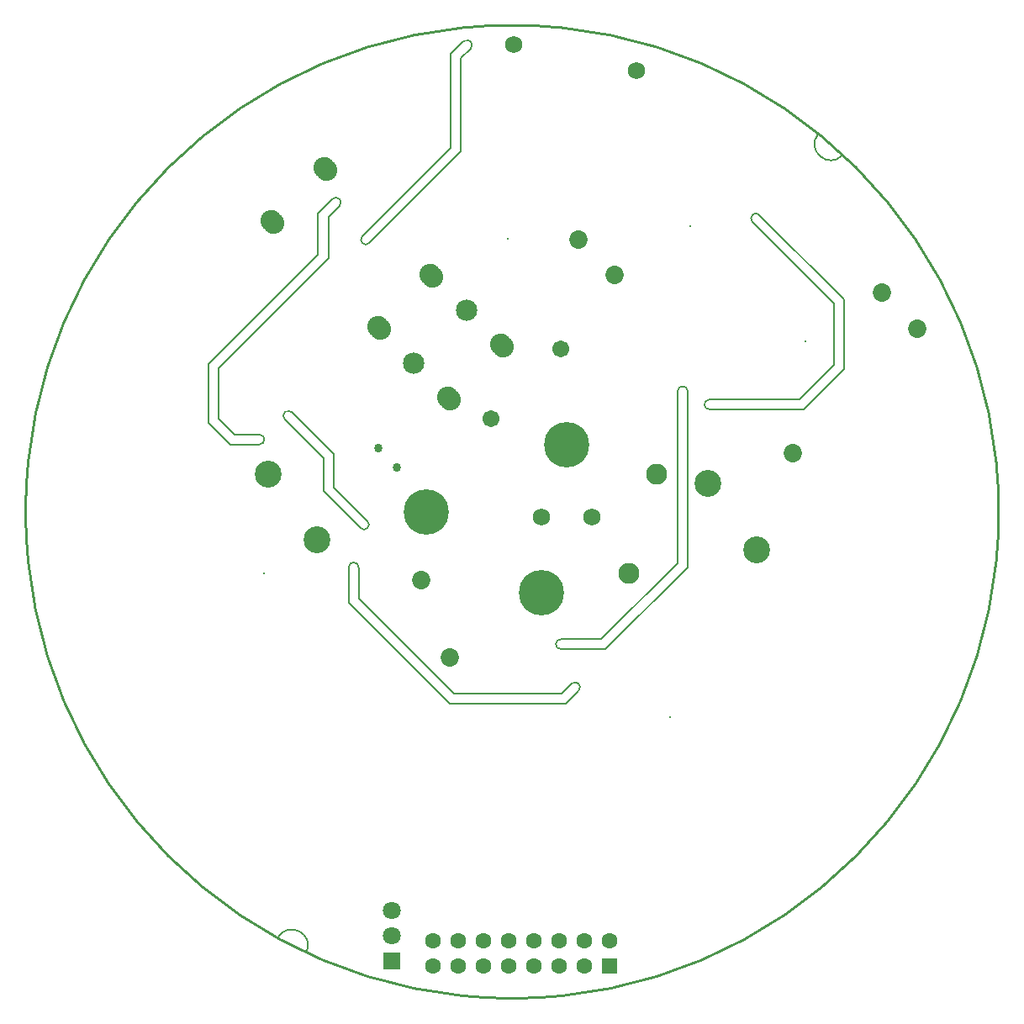
<source format=gbs>
G04*
G04 #@! TF.GenerationSoftware,Altium Limited,Altium Designer,20.1.14 (287)*
G04*
G04 Layer_Color=16711935*
%FSLAX44Y44*%
%MOMM*%
G71*
G04*
G04 #@! TF.SameCoordinates,26D83F00-FBC8-424C-8E9F-EDBCECB59CF3*
G04*
G04*
G04 #@! TF.FilePolarity,Negative*
G04*
G01*
G75*
%ADD12C,0.2000*%
%ADD16C,0.2540*%
G04:AMPARAMS|DCode=132|XSize=2.5032mm|YSize=2.1532mm|CornerRadius=0mm|HoleSize=0mm|Usage=FLASHONLY|Rotation=315.000|XOffset=0mm|YOffset=0mm|HoleType=Round|Shape=Round|*
%AMOVALD132*
21,1,0.3500,2.1532,0.0000,0.0000,315.0*
1,1,2.1532,-0.1237,0.1237*
1,1,2.1532,0.1237,-0.1237*
%
%ADD132OVALD132*%

%ADD133C,2.1532*%
%ADD134C,1.7272*%
%ADD135C,0.2032*%
%ADD136C,1.8532*%
%ADD137C,1.6032*%
%ADD138R,1.6032X1.6032*%
%ADD139C,1.7032*%
%ADD140R,1.8032X1.8032*%
%ADD141C,1.8032*%
%ADD142C,2.1032*%
%ADD143C,4.5692*%
%ADD144C,2.7032*%
%ADD172C,0.8636*%
D12*
X-154940Y-55880D02*
G03*
X-164940Y-55880I-5000J0D01*
G01*
X66501Y-180197D02*
G03*
X59430Y-173125I-3536J3536D01*
G01*
X248801Y299011D02*
G03*
X241730Y291940I-3536J-3536D01*
G01*
X198374Y113124D02*
G03*
X198374Y103124I0J-5000D01*
G01*
X48768Y-128270D02*
G03*
X48768Y-138270I0J-5000D01*
G01*
X176370Y121412D02*
G03*
X166370Y121412I-5000J0D01*
G01*
X-153147Y-16430D02*
G03*
X-146076Y-9359I3536J3536D01*
G01*
X-222297Y100363D02*
G03*
X-229368Y93292I-3536J-3536D01*
G01*
X-254915Y67804D02*
G03*
X-254915Y77804I0J5000D01*
G01*
X-174264Y307868D02*
G03*
X-181336Y314940I-3536J3536D01*
G01*
X-42164Y466598D02*
G03*
X-49235Y473669I-3536J3536D01*
G01*
X-151216Y277454D02*
G03*
X-144350Y270588I3433J-3433D01*
G01*
X308004Y380662D02*
G03*
X332652Y359489I12544J-10330D01*
G01*
X-207616Y-443945D02*
G03*
X-236516Y-429099I-14634J7065D01*
G01*
X49167Y-183388D02*
X59430Y-173125D01*
X-58928Y-183388D02*
X49167D01*
X-154940Y-87376D02*
Y-55880D01*
X53404Y-193294D02*
X66501Y-180196D01*
X-154940Y-87376D02*
X-58928Y-183388D01*
X-164940Y-91518D02*
X-63164Y-193294D01*
X53404D01*
X-164940Y-91518D02*
Y-55880D01*
X248801Y299011D02*
X334026Y213786D01*
X324026Y148176D02*
Y209644D01*
X198374Y103124D02*
X293116D01*
X198374Y113124D02*
X288974D01*
X241730Y291940D02*
X324026Y209644D01*
X334026Y144034D02*
Y213786D01*
X293116Y103124D02*
X334026Y144034D01*
X288974Y113124D02*
X324026Y148176D01*
X166370Y-51562D02*
Y121412D01*
X48768Y-128270D02*
X89662D01*
X48768Y-138270D02*
X93804D01*
X176370Y-55704D02*
Y121412D01*
X93804Y-138270D02*
X176370Y-55704D01*
X89662Y-128270D02*
X166370Y-51562D01*
X-212360Y76284D02*
X-190226Y54150D01*
X-229368Y93292D02*
X-212360Y76284D01*
X-222297Y100363D02*
X-202360Y80427D01*
X-179832Y24397D02*
Y57899D01*
Y24397D02*
X-146076Y-9359D01*
X-202360Y80427D02*
X-179832Y57899D01*
X-190226Y20649D02*
X-153147Y-16430D01*
X-190226Y20649D02*
Y54150D01*
X-195834Y258998D02*
Y300441D01*
X-278968Y77804D02*
X-254915D01*
X-295910Y93462D02*
Y144780D01*
X-305910Y89320D02*
Y148922D01*
Y89320D02*
X-285973Y69383D01*
X-284394Y67804D02*
X-282437D01*
X-283110D02*
X-254915D01*
X-285973Y69383D02*
X-284394Y67804D01*
X-185166Y296967D02*
X-174264Y307868D01*
X-305910Y148922D02*
X-195834Y258998D01*
X-280252Y77804D02*
X-278968D01*
X-185166Y255524D02*
Y296967D01*
X-295910Y93462D02*
X-280252Y77804D01*
X-295910Y144780D02*
X-185166Y255524D01*
X-195834Y300441D02*
X-181336Y314940D01*
X-144350Y270588D02*
X-52070Y362868D01*
X-151216Y277454D02*
X-62070Y366600D01*
X-52070Y362868D02*
Y456692D01*
X-62070Y366600D02*
Y460834D01*
X-52070Y456692D02*
X-42164Y466598D01*
X-62070Y460834D02*
X-49235Y473669D01*
X308004Y380662D02*
X320548Y370332D01*
X-236516Y-429099D02*
X-222250Y-436880D01*
X-207616Y-443945D01*
X320548Y370332D02*
X332652Y359489D01*
D16*
X489746Y0D02*
G03*
X489746Y0I-490000J0D01*
G01*
D132*
X-63780Y114316D02*
D03*
X-10747Y167349D02*
D03*
X-134491Y185026D02*
D03*
X-241618Y292153D02*
D03*
X-81458Y238059D02*
D03*
X-188585Y345186D02*
D03*
D133*
X-99136Y149671D02*
D03*
X-46103Y202704D02*
D03*
D134*
X1524Y470134D02*
D03*
X124714Y444246D02*
D03*
X79900Y-5080D02*
D03*
X29100D02*
D03*
D135*
X-250190Y-61722D02*
D03*
X-4318Y274574D02*
D03*
X159004Y-206756D02*
D03*
X179112Y287486D02*
D03*
X295360Y171238D02*
D03*
D136*
X-63328Y-146333D02*
D03*
X-91612Y-68551D02*
D03*
X371940Y220382D02*
D03*
X66611Y274263D02*
D03*
X407861Y184461D02*
D03*
X102532Y238342D02*
D03*
X282137Y58737D02*
D03*
D137*
X-29464Y-431800D02*
D03*
Y-457200D02*
D03*
X-80264D02*
D03*
Y-431800D02*
D03*
X-54864D02*
D03*
Y-457200D02*
D03*
X21336D02*
D03*
Y-431800D02*
D03*
X-4064D02*
D03*
Y-457200D02*
D03*
X46736D02*
D03*
Y-431800D02*
D03*
X72136D02*
D03*
Y-457200D02*
D03*
X97536Y-431800D02*
D03*
D138*
Y-457200D02*
D03*
D139*
X48817Y164133D02*
D03*
X-21893Y93423D02*
D03*
D140*
X-121412Y-452120D02*
D03*
D141*
Y-426720D02*
D03*
Y-401320D02*
D03*
D142*
X145348Y38278D02*
D03*
X117348Y-61722D02*
D03*
D143*
X-87000Y0D02*
D03*
X29500Y-81500D02*
D03*
X54500Y67500D02*
D03*
D144*
X196800Y28300D02*
D03*
X245700Y-38000D02*
D03*
X-245700Y38000D02*
D03*
X-196800Y-28300D02*
D03*
D172*
X-116332Y44450D02*
D03*
X-135382Y63754D02*
D03*
M02*

</source>
